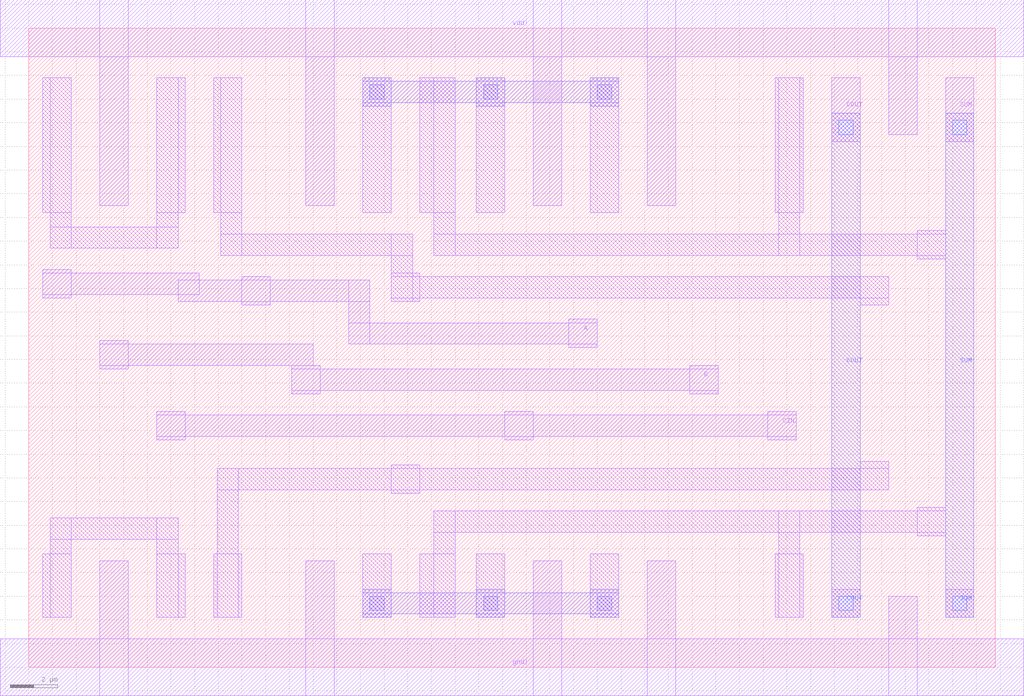
<source format=lef>
VERSION 5.6 ;
BUSBITCHARS "[]" ;
DIVIDERCHAR "/" ;

PROPERTYDEFINITIONS
  MACRO drcSignature INTEGER ;
END PROPERTYDEFINITIONS

MACRO ADDER
  CLASS CORE ;
  ORIGIN 0 0 ;
  FOREIGN ADDER 0 0 ;
  SIZE 40.8 BY 27 ;
  SYMMETRY X Y ;
  SITE core ;
  PIN SUM
    DIRECTION OUTPUT ;
    USE SIGNAL ;
    PORT
      LAYER via ;
        RECT 39 22.5 39.6 23.1 ;
        RECT 39 2.4 39.6 3 ;
      LAYER metal2 ;
        RECT 38.7 2.1 39.9 23.4 ;
      LAYER metal1 ;
        RECT 38.7 2.1 39.9 3.3 ;
        RECT 38.7 22.2 39.9 24.9 ;
    END
  END SUM
  PIN COUT
    DIRECTION OUTPUT ;
    USE SIGNAL ;
    PORT
      LAYER via ;
        RECT 34.2 22.5 34.8 23.1 ;
        RECT 34.2 2.4 34.8 3 ;
      LAYER metal2 ;
        RECT 33.9 2.1 35.1 23.4 ;
      LAYER metal1 ;
        RECT 33.9 2.1 35.1 3.3 ;
        RECT 33.9 22.2 35.1 24.9 ;
    END
  END COUT
  PIN A
    DIRECTION INPUT ;
    USE SIGNAL ;
    PORT
      LAYER metal1 ;
        RECT 0.6 15.6 1.8 16.8 ;
        RECT 0.6 15.75 7.2 16.65 ;
        RECT 9 15.3 10.2 16.5 ;
        RECT 6.3 15.45 14.4 16.35 ;
        RECT 13.5 13.65 14.4 16.35 ;
        RECT 13.5 13.65 24 14.55 ;
        RECT 22.8 13.5 24 14.7 ;
    END
  END A
  PIN vdd!
    DIRECTION INOUT ;
    USE POWER ;
    SHAPE ABUTMENT ;
    PORT
      LAYER metal1 ;
        RECT 3 19.5 4.2 28.2 ;
        RECT 11.7 19.5 12.9 28.2 ;
        RECT 21.3 19.5 22.5 28.2 ;
        RECT 26.1 19.5 27.3 28.2 ;
        RECT 36.3 22.5 37.5 28.2 ;
        RECT -1.2 25.8 42 28.2 ;
    END
  END vdd!
  PIN CIN
    DIRECTION INPUT ;
    USE SIGNAL ;
    PORT
      LAYER metal1 ;
        RECT 5.4 9.6 6.6 10.8 ;
        RECT 20.1 9.6 21.3 10.8 ;
        RECT 5.4 9.75 32.4 10.65 ;
        RECT 31.2 9.6 32.4 10.8 ;
    END
  END CIN
  PIN gnd!
    DIRECTION INOUT ;
    USE GROUND ;
    SHAPE ABUTMENT ;
    PORT
      LAYER metal1 ;
        RECT 3 -1.2 4.2 4.5 ;
        RECT 11.7 -1.2 12.9 4.5 ;
        RECT 21.3 -1.2 22.5 4.5 ;
        RECT 26.1 -1.2 27.3 4.5 ;
        RECT 36.3 -1.2 37.5 3 ;
        RECT -1.2 -1.2 42 1.2 ;
    END
  END gnd!
  PIN B
    DIRECTION INPUT ;
    USE SIGNAL ;
    PORT
      LAYER metal1 ;
        RECT 3 12.6 4.2 13.8 ;
        RECT 3 12.75 12 13.65 ;
        RECT 11.1 11.55 12.3 12.75 ;
        RECT 11.1 11.7 29.1 12.6 ;
        RECT 27.9 11.55 29.1 12.75 ;
    END
  END B
  OBS
    LAYER metal1 ;
      RECT 0.9 17.7 6.3 18.6 ;
      RECT 5.4 17.7 6.3 24.9 ;
      RECT 0.9 17.7 1.8 24.9 ;
      RECT 0.6 19.2 1.8 24.9 ;
      RECT 5.4 19.2 6.6 24.9 ;
      RECT 0.6 2.1 1.8 4.8 ;
      RECT 5.4 2.1 6.6 4.8 ;
      RECT 0.9 2.1 1.8 6.3 ;
      RECT 5.4 2.1 6.3 6.3 ;
      RECT 0.9 5.4 6.3 6.3 ;
      RECT 14.1 19.2 15.3 24.9 ;
      RECT 14.1 2.1 15.3 4.8 ;
      RECT 18.9 19.2 20.1 24.9 ;
      RECT 18.9 2.1 20.1 4.8 ;
      RECT 23.7 19.2 24.9 24.9 ;
      RECT 23.7 2.1 24.9 4.8 ;
      RECT 35.1 15.3 36.3 16.5 ;
      RECT 15.3 15.6 36.3 16.5 ;
      RECT 15.3 15.45 16.5 16.65 ;
      RECT 15.3 15.45 16.2 18.3 ;
      RECT 8.1 17.4 16.2 18.3 ;
      RECT 8.1 17.4 9 24.9 ;
      RECT 7.8 19.2 9 24.9 ;
      RECT 7.8 2.1 9 4.8 ;
      RECT 7.95 2.1 8.85 8.4 ;
      RECT 7.95 7.5 36.3 8.4 ;
      RECT 15.3 7.35 16.5 8.55 ;
      RECT 35.1 7.5 36.3 8.7 ;
      RECT 17.1 17.4 38.7 18.3 ;
      RECT 37.5 17.25 38.7 18.45 ;
      RECT 31.65 17.4 32.55 24.9 ;
      RECT 17.1 17.4 18 24.9 ;
      RECT 16.5 19.2 18 24.9 ;
      RECT 31.5 19.2 32.7 24.9 ;
      RECT 16.5 2.1 18 4.8 ;
      RECT 31.5 2.1 32.7 4.8 ;
      RECT 17.1 2.1 18 6.6 ;
      RECT 31.65 2.1 32.55 6.6 ;
      RECT 17.1 5.7 38.7 6.6 ;
      RECT 37.5 5.55 38.7 6.75 ;
    LAYER metal2 ;
      RECT 14.1 23.85 24.9 24.75 ;
      RECT 14.1 23.7 15.3 24.9 ;
      RECT 18.9 23.7 20.1 24.9 ;
      RECT 23.7 23.7 24.9 24.9 ;
      RECT 14.1 2.25 24.9 3.15 ;
      RECT 14.1 2.1 15.3 3.3 ;
      RECT 18.9 2.1 20.1 3.3 ;
      RECT 23.7 2.1 24.9 3.3 ;
    LAYER via ;
      RECT 14.4 24 15 24.6 ;
      RECT 14.4 2.4 15 3 ;
      RECT 19.2 24 19.8 24.6 ;
      RECT 19.2 2.4 19.8 3 ;
      RECT 24 24 24.6 24.6 ;
      RECT 24 2.4 24.6 3 ;
  END
  PROPERTY drcSignature 14016396 ;
END ADDER

MACRO AOI22
  CLASS CORE ;
  ORIGIN 0 0 ;
  FOREIGN AOI22 0 0 ;
  SIZE 12 BY 27 ;
  SYMMETRY X Y ;
  SITE core ;
  PIN Y
    DIRECTION OUTPUT ;
    USE SIGNAL ;
    PORT
      LAYER via ;
        RECT 5.7 19.5 6.3 20.1 ;
        RECT 5.7 3.9 6.3 4.5 ;
      LAYER metal2 ;
        RECT 5.4 3.6 6.6 20.4 ;
      LAYER metal1 ;
        RECT 5.4 2.1 6.6 4.8 ;
        RECT 5.4 19.2 6.6 24.9 ;
    END
  END Y
  PIN D
    DIRECTION INPUT ;
    USE SIGNAL ;
    PORT
      LAYER metal1 ;
        RECT 7.8 9.9 9 11.1 ;
    END
  END D
  PIN B
    DIRECTION INPUT ;
    USE SIGNAL ;
    PORT
      LAYER metal1 ;
        RECT 1.8 6.9 3 8.1 ;
        RECT 1.8 7.05 11.4 7.95 ;
        RECT 10.2 6.9 11.4 8.1 ;
    END
  END B
  PIN C
    DIRECTION INPUT ;
    USE SIGNAL ;
    PORT
      LAYER metal1 ;
        RECT 3 12.9 4.2 14.1 ;
    END
  END C
  PIN A
    DIRECTION INPUT ;
    USE SIGNAL ;
    PORT
      LAYER metal1 ;
        RECT 0.6 15.9 1.8 17.1 ;
    END
  END A
  PIN vdd!
    DIRECTION INOUT ;
    USE POWER ;
    SHAPE ABUTMENT ;
    PORT
      LAYER metal1 ;
        RECT 0.6 19.5 1.8 28.2 ;
        RECT 10.2 19.5 11.4 28.2 ;
        RECT -1.2 25.8 13.2 28.2 ;
    END
  END vdd!
  PIN gnd!
    DIRECTION INOUT ;
    USE GROUND ;
    SHAPE ABUTMENT ;
    PORT
      LAYER metal1 ;
        RECT 0.6 -1.2 1.8 4.5 ;
        RECT 10.2 -1.2 11.4 4.5 ;
        RECT -1.2 -1.2 13.2 1.2 ;
    END
  END gnd!
  OBS
    LAYER metal1 ;
      RECT 3 2.1 4.2 4.8 ;
      RECT 3.3 17.4 8.7 18.3 ;
      RECT 7.8 17.4 8.7 24.9 ;
      RECT 3.3 17.4 4.2 24.9 ;
      RECT 3 19.2 4.2 24.9 ;
      RECT 7.8 19.2 9 24.9 ;
      RECT 7.8 2.1 9 4.8 ;
  END
  PROPERTY drcSignature 14016396 ;
END AOI22

MACRO BUFX4
  CLASS CORE ;
  ORIGIN 0 0 ;
  FOREIGN BUFX4 0 0 ;
  SIZE 7.2 BY 27 ;
  SYMMETRY X Y ;
  SITE core ;
  PIN vdd!
    DIRECTION INOUT ;
    USE POWER ;
    SHAPE ABUTMENT ;
    PORT
      LAYER metal1 ;
        RECT 3 15 4.2 28.2 ;
        RECT -1.2 25.8 8.4 28.2 ;
    END
  END vdd!
  PIN gnd!
    DIRECTION INOUT ;
    USE GROUND ;
    SHAPE ABUTMENT ;
    PORT
      LAYER metal1 ;
        RECT 3 -1.2 4.2 6 ;
        RECT -1.2 -1.2 8.4 1.2 ;
    END
  END gnd!
  PIN A
    DIRECTION INPUT ;
    USE SIGNAL ;
    PORT
      LAYER metal1 ;
        RECT 0.6 9.9 1.8 11.1 ;
    END
  END A
  PIN Y
    DIRECTION OUTPUT ;
    USE SIGNAL ;
    PORT
      LAYER metal1 ;
        RECT 5.4 2.1 6.6 24.9 ;
    END
  END Y
  OBS
    LAYER metal1 ;
      RECT 0.6 2.1 2.1 3.3 ;
      RECT 1.2 2.1 2.1 7.8 ;
      RECT 1.2 6.9 4.35 7.8 ;
      RECT 3.3 9.9 4.5 11.1 ;
      RECT 3.45 6.9 4.35 14.1 ;
      RECT 1.2 13.2 4.35 14.1 ;
      RECT 1.2 13.2 2.1 24.9 ;
      RECT 0.6 22.2 2.1 24.9 ;
  END
  PROPERTY drcSignature 14016396 ;
END BUFX4

MACRO BUFX8
  CLASS CORE ;
  ORIGIN 0 0 ;
  FOREIGN BUFX8 0 0 ;
  SIZE 9.6 BY 27 ;
  SYMMETRY X Y ;
  SITE core ;
  PIN vdd!
    DIRECTION INOUT ;
    USE POWER ;
    SHAPE ABUTMENT ;
    PORT
      LAYER metal1 ;
        RECT 3 15 4.2 28.2 ;
        RECT 7.8 13.5 9 28.2 ;
        RECT -1.2 25.8 10.8 28.2 ;
    END
  END vdd!
  PIN gnd!
    DIRECTION INOUT ;
    USE GROUND ;
    SHAPE ABUTMENT ;
    PORT
      LAYER metal1 ;
        RECT 3 -1.2 4.2 6 ;
        RECT 7.8 -1.2 9 7.5 ;
        RECT -1.2 -1.2 10.8 1.2 ;
    END
  END gnd!
  PIN A
    DIRECTION INPUT ;
    USE SIGNAL ;
    PORT
      LAYER metal1 ;
        RECT 0.6 9.9 1.8 11.1 ;
    END
  END A
  PIN Y
    DIRECTION OUTPUT ;
    USE SIGNAL ;
    PORT
      LAYER metal1 ;
        RECT 5.4 2.1 6.6 24.9 ;
    END
  END Y
  OBS
    LAYER metal1 ;
      RECT 0.6 2.1 2.1 3.3 ;
      RECT 1.2 2.1 2.1 7.8 ;
      RECT 1.2 6.9 4.35 7.8 ;
      RECT 3.3 9.9 4.5 11.1 ;
      RECT 3.45 6.9 4.35 14.1 ;
      RECT 1.2 13.2 4.35 14.1 ;
      RECT 1.2 13.2 2.1 24.9 ;
      RECT 0.6 22.2 2.1 24.9 ;
  END
  PROPERTY drcSignature 14016396 ;
END BUFX8

MACRO DFF
  CLASS CORE ;
  ORIGIN 0 0 ;
  FOREIGN DFF 0 0 ;
  SIZE 38.4 BY 27 ;
  SYMMETRY X Y ;
  SITE core ;
  PIN D
    DIRECTION INPUT ;
    USE SIGNAL ;
    PORT
      LAYER via ;
        RECT 5.7 24 6.3 24.6 ;
        RECT 5.7 22.5 6.3 23.1 ;
        RECT 5.7 21 6.3 21.6 ;
        RECT 5.7 19.5 6.3 20.1 ;
        RECT 5.7 3.9 6.3 4.5 ;
        RECT 5.7 2.4 6.3 3 ;
      LAYER metal2 ;
        RECT 5.4 2.1 6.6 24.9 ;
      LAYER metal1 ;
        RECT 5.4 2.1 6.6 4.8 ;
        RECT 5.4 19.2 6.6 24.9 ;
    END
  END D
  PIN gnd!
    DIRECTION INOUT ;
    USE GROUND ;
    SHAPE ABUTMENT ;
    PORT
      LAYER metal1 ;
        RECT 0.6 -1.2 1.8 3 ;
        RECT 11.7 -1.2 12.9 4.5 ;
        RECT 21.9 -1.2 23.1 4.5 ;
        RECT 26.7 -1.2 27.9 4.5 ;
        RECT 33.9 -1.2 35.1 3 ;
        RECT -1.2 -1.2 39.6 1.2 ;
    END
  END gnd!
  PIN QB
    DIRECTION OUTPUT ;
    USE SIGNAL ;
    PORT
      LAYER via ;
        RECT 36.6 24 37.2 24.6 ;
        RECT 36.6 22.5 37.2 23.1 ;
        RECT 36.6 2.4 37.2 3 ;
      LAYER metal2 ;
        RECT 36.3 2.1 37.5 24.9 ;
      LAYER metal1 ;
        RECT 36.3 2.1 37.5 3.3 ;
        RECT 36.3 22.2 37.5 24.9 ;
    END
  END QB
  PIN Q
    DIRECTION OUTPUT ;
    USE SIGNAL ;
    PORT
      LAYER via ;
        RECT 24.6 14.1 25.2 14.7 ;
        RECT 24.6 3.9 25.2 4.5 ;
        RECT 24.6 2.4 25.2 3 ;
      LAYER metal2 ;
        RECT 24.3 2.1 25.5 15 ;
      LAYER metal1 ;
        RECT 35.1 13.8 36.3 15 ;
        RECT 24.3 13.8 36.3 14.7 ;
        RECT 29.1 19.2 30.3 24.9 ;
        RECT 29.1 17.7 30 24.9 ;
        RECT 28.5 13.8 29.4 18.6 ;
        RECT 24.3 13.8 25.5 15 ;
        RECT 20.4 7.8 25.8 8.7 ;
        RECT 24.9 2.1 25.8 8.7 ;
        RECT 24.3 2.1 25.8 4.8 ;
        RECT 20.4 7.5 21.6 8.7 ;
    END
  END Q
  PIN CLRB
    DIRECTION INPUT ;
    USE SIGNAL ;
    PORT
      LAYER metal1 ;
        RECT 14.7 9.6 33.9 10.8 ;
    END
  END CLRB
  PIN CLK
    DIRECTION INPUT ;
    USE CLOCK ;
    PORT
      LAYER metal1 ;
        RECT 0.6 11.7 1.8 14.1 ;
        RECT 0.6 11.7 23.1 12.9 ;
    END
  END CLK
  PIN vdd!
    DIRECTION INOUT ;
    USE POWER ;
    SHAPE ABUTMENT ;
    PORT
      LAYER metal1 ;
        RECT 0.6 22.5 1.8 28.2 ;
        RECT 11.7 19.5 12.9 28.2 ;
        RECT 16.5 22.5 17.7 28.2 ;
        RECT 25.2 19.5 26.4 28.2 ;
        RECT 33.9 22.5 35.1 28.2 ;
        RECT -1.2 25.8 39.6 28.2 ;
    END
  END vdd!
  OBS
    LAYER metal1 ;
      RECT 3 2.1 4.2 3.3 ;
      RECT 3.3 2.1 4.2 8.7 ;
      RECT 3.3 7.5 4.5 8.7 ;
      RECT 12.6 17.4 13.8 18.6 ;
      RECT 8.1 17.7 13.8 18.6 ;
      RECT 8.1 17.7 9 24.9 ;
      RECT 7.8 19.2 9 24.9 ;
      RECT 7.8 2.1 9 4.8 ;
      RECT 8.1 2.1 9 6.45 ;
      RECT 8.1 5.55 13.8 6.45 ;
      RECT 12.6 5.55 13.8 6.75 ;
      RECT 15.6 2.1 16.8 3.3 ;
      RECT 10.2 7.5 11.4 8.7 ;
      RECT 15.75 2.1 16.65 8.7 ;
      RECT 10.2 7.8 16.65 8.7 ;
      RECT 10.2 15.6 18.9 16.5 ;
      RECT 10.2 15.6 11.4 16.8 ;
      RECT 18 15.6 18.9 20.25 ;
      RECT 14.4 19.35 20.1 20.25 ;
      RECT 14.4 19.35 15.3 24.9 ;
      RECT 14.1 22.2 15.3 24.9 ;
      RECT 18.9 19.2 20.1 24.9 ;
      RECT 3.3 13.8 21 14.7 ;
      RECT 3.3 13.8 4.5 15 ;
      RECT 8.1 13.8 9.3 15 ;
      RECT 19.8 13.8 21 15 ;
      RECT 3.3 13.8 4.2 24.9 ;
      RECT 3 22.2 4.2 24.9 ;
      RECT 18 2.1 19.2 4.8 ;
      RECT 18.15 2.1 19.05 6.6 ;
      RECT 18.15 5.7 24 6.6 ;
      RECT 22.8 5.7 24 6.9 ;
      RECT 26.4 15.6 27.6 16.8 ;
      RECT 21.45 15.9 27.6 16.8 ;
      RECT 21.45 15.9 22.35 24.9 ;
      RECT 21.3 19.2 22.5 24.9 ;
      RECT 29.1 2.1 30.3 3.3 ;
      RECT 29.1 2.4 31.35 3.3 ;
      RECT 30.45 2.4 31.35 8.7 ;
      RECT 30.3 7.5 31.5 8.7 ;
      RECT 30.3 15.6 31.5 16.8 ;
      RECT 30.3 15.9 32.55 16.8 ;
      RECT 31.65 15.9 32.55 24.9 ;
      RECT 31.5 22.2 32.7 24.9 ;
  END
  PROPERTY drcSignature 14016396 ;
END DFF

MACRO FILLER
  CLASS CORE ;
  ORIGIN 0 0 ;
  FOREIGN FILLER 0 0 ;
  SIZE 2.4 BY 27 ;
  SYMMETRY X Y ;
  SITE core ;
  PIN gnd!
    DIRECTION INOUT ;
    USE GROUND ;
    SHAPE ABUTMENT ;
    PORT
      LAYER metal1 ;
        RECT 1.05 -1.2 1.95 1.8 ;
        RECT -1.2 -1.2 3.6 1.2 ;
    END
  END gnd!
  PIN vdd!
    DIRECTION INOUT ;
    USE POWER ;
    SHAPE ABUTMENT ;
    PORT
      LAYER metal1 ;
        RECT 1.05 25.2 1.95 28.2 ;
        RECT -1.2 25.8 3.6 28.2 ;
    END
  END vdd!
  PROPERTY drcSignature 14016396 ;
END FILLER

MACRO INVX1
  CLASS CORE ;
  ORIGIN 0 0 ;
  FOREIGN INVX1 0 0 ;
  SIZE 4.8 BY 27 ;
  SYMMETRY X Y ;
  SITE core ;
  PIN vdd!
    DIRECTION INOUT ;
    USE POWER ;
    SHAPE ABUTMENT ;
    PORT
      LAYER metal1 ;
        RECT 0.6 22.5 1.8 28.2 ;
        RECT -1.2 25.8 6 28.2 ;
    END
  END vdd!
  PIN gnd!
    DIRECTION INOUT ;
    USE GROUND ;
    SHAPE ABUTMENT ;
    PORT
      LAYER metal1 ;
        RECT 0.6 -1.2 1.8 3 ;
        RECT -1.2 -1.2 6 1.2 ;
    END
  END gnd!
  PIN A
    DIRECTION INPUT ;
    USE SIGNAL ;
    PORT
      LAYER metal1 ;
        RECT 0.9 9.9 2.1 11.1 ;
    END
  END A
  PIN Y
    DIRECTION OUTPUT ;
    USE SIGNAL ;
    PORT
      LAYER metal1 ;
        RECT 3 2.1 4.2 24.9 ;
    END
  END Y
  PROPERTY drcSignature 14016396 ;
END INVX1

MACRO INVX4
  CLASS CORE ;
  ORIGIN 0 0 ;
  FOREIGN INVX4 0 0 ;
  SIZE 4.8 BY 27 ;
  SYMMETRY X Y ;
  SITE core ;
  PIN vdd!
    DIRECTION INOUT ;
    USE POWER ;
    SHAPE ABUTMENT ;
    PORT
      LAYER metal1 ;
        RECT 0.6 13.5 1.8 28.2 ;
        RECT -1.2 25.8 6 28.2 ;
    END
  END vdd!
  PIN gnd!
    DIRECTION INOUT ;
    USE GROUND ;
    SHAPE ABUTMENT ;
    PORT
      LAYER metal1 ;
        RECT 0.6 -1.2 1.8 7.5 ;
        RECT -1.2 -1.2 6 1.2 ;
    END
  END gnd!
  PIN A
    DIRECTION INPUT ;
    USE SIGNAL ;
    PORT
      LAYER metal1 ;
        RECT 0.9 9.9 2.1 11.1 ;
    END
  END A
  PIN Y
    DIRECTION OUTPUT ;
    USE SIGNAL ;
    PORT
      LAYER metal1 ;
        RECT 3 2.1 4.2 24.9 ;
    END
  END Y
  PROPERTY drcSignature 14016396 ;
END INVX4

MACRO INVX8
  CLASS CORE ;
  ORIGIN 0 0 ;
  FOREIGN INVX8 0 0 ;
  SIZE 7.2 BY 27 ;
  SYMMETRY X Y ;
  SITE core ;
  PIN vdd!
    DIRECTION INOUT ;
    USE POWER ;
    SHAPE ABUTMENT ;
    PORT
      LAYER metal1 ;
        RECT 0.6 13.5 1.8 28.2 ;
        RECT 5.4 13.5 6.6 28.2 ;
        RECT -1.2 25.8 8.4 28.2 ;
    END
  END vdd!
  PIN gnd!
    DIRECTION INOUT ;
    USE GROUND ;
    SHAPE ABUTMENT ;
    PORT
      LAYER metal1 ;
        RECT 0.6 -1.2 1.8 7.5 ;
        RECT 5.4 -1.2 6.6 7.5 ;
        RECT -1.2 -1.2 8.4 1.2 ;
    END
  END gnd!
  PIN A
    DIRECTION INPUT ;
    USE SIGNAL ;
    PORT
      LAYER metal1 ;
        RECT 0.9 9.9 2.1 11.1 ;
    END
  END A
  PIN Y
    DIRECTION OUTPUT ;
    USE SIGNAL ;
    PORT
      LAYER metal1 ;
        RECT 3 2.1 4.2 24.9 ;
    END
  END Y
  PROPERTY drcSignature 14016396 ;
END INVX8

MACRO MUX2X1
  CLASS CORE ;
  ORIGIN 0 0 ;
  FOREIGN MUX2X1 0 0 ;
  SIZE 12 BY 27 ;
  SYMMETRY X Y ;
  SITE core ;
  PIN gnd!
    DIRECTION INOUT ;
    USE GROUND ;
    SHAPE ABUTMENT ;
    PORT
      LAYER metal1 ;
        RECT 4.2 -1.2 5.7 1.8 ;
        RECT 4.5 -1.2 5.7 4.5 ;
        RECT -1.2 -1.2 13.2 1.2 ;
    END
  END gnd!
  PIN vdd!
    DIRECTION INOUT ;
    USE POWER ;
    SHAPE ABUTMENT ;
    PORT
      LAYER metal1 ;
        RECT 4.5 19.5 5.7 28.2 ;
        RECT 4.2 25.2 5.7 28.2 ;
        RECT -1.2 25.8 13.2 28.2 ;
    END
  END vdd!
  PIN D0
    DIRECTION INPUT ;
    USE SIGNAL ;
    PORT
      LAYER metal1 ;
        RECT 0.45 12.9 1.65 14.1 ;
    END
  END D0
  PIN D1
    DIRECTION INPUT ;
    USE SIGNAL ;
    PORT
      LAYER metal1 ;
        RECT 7.95 7.2 9.15 8.4 ;
    END
  END D1
  PIN S
    DIRECTION INPUT ;
    USE SIGNAL ;
    PORT
      LAYER metal1 ;
        RECT 3.3 15.6 4.5 16.8 ;
        RECT 5.85 9.9 6.75 16.5 ;
        RECT 3.3 15.6 6.75 16.5 ;
        RECT 5.7 9.9 6.9 11.1 ;
    END
  END S
  PIN SB
    DIRECTION INPUT ;
    USE SIGNAL ;
    PORT
      LAYER metal1 ;
        RECT 3.3 9.9 4.5 11.1 ;
    END
  END SB
  PIN Y
    DIRECTION OUTPUT ;
    USE SIGNAL ;
    PORT
      LAYER metal1 ;
        RECT 0.6 2.1 1.8 4.8 ;
        RECT 0.9 2.1 1.8 6.3 ;
        RECT 0.9 17.7 1.8 24.9 ;
        RECT 0.6 19.2 1.8 24.9 ;
        RECT 0.9 17.7 9.3 18.6 ;
        RECT 8.4 2.1 9.3 6.3 ;
        RECT 0.9 5.4 9.3 6.3 ;
        RECT 8.4 17.7 9.3 24.9 ;
        RECT 8.4 2.1 9.6 4.8 ;
        RECT 8.4 19.2 9.6 24.9 ;
        RECT 8.4 3.6 11.4 4.8 ;
        RECT 10.2 3.6 11.4 20.4 ;
        RECT 8.4 19.2 11.4 20.4 ;
    END
  END Y
  PROPERTY drcSignature 14016396 ;
END MUX2X1

MACRO NAND2X1
  CLASS CORE ;
  ORIGIN 0 0 ;
  FOREIGN NAND2X1 0 0 ;
  SIZE 7.2 BY 27 ;
  SYMMETRY X Y ;
  SITE core ;
  PIN Y
    DIRECTION OUTPUT ;
    USE SIGNAL ;
    PORT
      LAYER metal1 ;
        RECT 3 20.4 4.2 24.9 ;
        RECT 4.8 2.1 6.6 4.8 ;
        RECT 5.4 2.1 6.6 21.6 ;
        RECT 3 20.4 6.6 21.6 ;
    END
  END Y
  PIN B
    DIRECTION INPUT ;
    USE SIGNAL ;
    PORT
      LAYER metal1 ;
        RECT 3 9.9 4.2 11.1 ;
    END
  END B
  PIN gnd!
    DIRECTION INOUT ;
    USE GROUND ;
    SHAPE ABUTMENT ;
    PORT
      LAYER metal1 ;
        RECT 0.9 -1.2 2.1 4.5 ;
        RECT -1.2 -1.2 8.4 1.2 ;
    END
  END gnd!
  PIN A
    DIRECTION INPUT ;
    USE SIGNAL ;
    PORT
      LAYER metal1 ;
        RECT 0.6 12.9 1.8 14.1 ;
    END
  END A
  PIN vdd!
    DIRECTION INOUT ;
    USE POWER ;
    SHAPE ABUTMENT ;
    PORT
      LAYER metal1 ;
        RECT 0.6 22.5 1.8 28.2 ;
        RECT 5.4 22.5 6.6 28.2 ;
        RECT -1.2 25.8 8.4 28.2 ;
    END
  END vdd!
  PROPERTY drcSignature 14016396 ;
END NAND2X1

MACRO NAND2X2
  CLASS CORE ;
  ORIGIN 0 0 ;
  FOREIGN NAND2X2 0 0 ;
  SIZE 7.2 BY 27 ;
  SYMMETRY X Y ;
  SITE core ;
  PIN Y
    DIRECTION OUTPUT ;
    USE SIGNAL ;
    PORT
      LAYER metal1 ;
        RECT 3 17.4 4.2 24.9 ;
        RECT 4.8 2.1 6.6 7.8 ;
        RECT 5.4 2.1 6.6 18.6 ;
        RECT 3 17.4 6.6 18.6 ;
    END
  END Y
  PIN B
    DIRECTION INPUT ;
    USE SIGNAL ;
    PORT
      LAYER metal1 ;
        RECT 3 9.9 4.2 11.1 ;
    END
  END B
  PIN gnd!
    DIRECTION INOUT ;
    USE GROUND ;
    SHAPE ABUTMENT ;
    PORT
      LAYER metal1 ;
        RECT 0.9 -1.2 2.1 7.5 ;
        RECT -1.2 -1.2 8.4 1.2 ;
    END
  END gnd!
  PIN A
    DIRECTION INPUT ;
    USE SIGNAL ;
    PORT
      LAYER metal1 ;
        RECT 0.6 12.9 1.8 14.1 ;
    END
  END A
  PIN vdd!
    DIRECTION INOUT ;
    USE POWER ;
    SHAPE ABUTMENT ;
    PORT
      LAYER metal1 ;
        RECT 0.6 19.5 1.8 28.2 ;
        RECT 5.4 19.5 6.6 28.2 ;
        RECT -1.2 25.8 8.4 28.2 ;
    END
  END vdd!
  PROPERTY drcSignature 14016396 ;
END NAND2X2

MACRO NOR2X1
  CLASS CORE ;
  ORIGIN 0 0 ;
  FOREIGN NOR2X1 0 0 ;
  SIZE 7.2 BY 27 ;
  SYMMETRY X Y ;
  SITE core ;
  PIN Y
    DIRECTION OUTPUT ;
    USE SIGNAL ;
    PORT
      LAYER metal1 ;
        RECT 3 2.1 4.2 5.1 ;
        RECT 3 3.9 6.6 5.1 ;
        RECT 5.4 3.9 6.6 24.9 ;
        RECT 4.8 19.2 6.6 24.9 ;
    END
  END Y
  PIN B
    DIRECTION INPUT ;
    USE SIGNAL ;
    PORT
      LAYER metal1 ;
        RECT 3 9.9 4.2 11.1 ;
    END
  END B
  PIN A
    DIRECTION INPUT ;
    USE SIGNAL ;
    PORT
      LAYER metal1 ;
        RECT 0.6 12.9 1.8 14.1 ;
    END
  END A
  PIN vdd!
    DIRECTION INOUT ;
    USE POWER ;
    SHAPE ABUTMENT ;
    PORT
      LAYER metal1 ;
        RECT 0.9 19.5 2.1 28.2 ;
        RECT -1.2 25.8 8.4 28.2 ;
    END
  END vdd!
  PIN gnd!
    DIRECTION INOUT ;
    USE GROUND ;
    SHAPE ABUTMENT ;
    PORT
      LAYER metal1 ;
        RECT 0.6 -1.2 1.8 3 ;
        RECT 5.4 -1.2 6.6 3 ;
        RECT -1.2 -1.2 8.4 1.2 ;
    END
  END gnd!
  PROPERTY drcSignature 14016396 ;
END NOR2X1

MACRO OAI22
  CLASS CORE ;
  ORIGIN 0 0 ;
  FOREIGN OAI22 0 0 ;
  SIZE 12 BY 27 ;
  SYMMETRY X Y ;
  SITE core ;
  PIN Y
    DIRECTION OUTPUT ;
    USE SIGNAL ;
    PORT
      LAYER via ;
        RECT 5.7 19.5 6.3 20.1 ;
        RECT 5.7 3.9 6.3 4.5 ;
      LAYER metal2 ;
        RECT 5.4 3.6 6.6 20.4 ;
      LAYER metal1 ;
        RECT 5.4 2.1 6.6 4.8 ;
        RECT 5.4 19.2 6.6 24.9 ;
    END
  END Y
  PIN C
    DIRECTION INPUT ;
    USE SIGNAL ;
    PORT
      LAYER metal1 ;
        RECT 3 9.9 4.2 11.1 ;
        RECT 9 8.1 9.9 10.8 ;
        RECT 3 9.9 9.9 10.8 ;
        RECT 9 8.1 10.2 9.3 ;
    END
  END C
  PIN B
    DIRECTION INPUT ;
    USE SIGNAL ;
    PORT
      LAYER metal1 ;
        RECT 10.2 15.9 11.4 17.1 ;
    END
  END B
  PIN D
    DIRECTION INPUT ;
    USE SIGNAL ;
    PORT
      LAYER metal1 ;
        RECT 0.6 6.9 1.8 8.1 ;
    END
  END D
  PIN A
    DIRECTION INPUT ;
    USE SIGNAL ;
    PORT
      LAYER metal1 ;
        RECT 7.8 12.9 9 14.1 ;
    END
  END A
  PIN vdd!
    DIRECTION INOUT ;
    USE POWER ;
    SHAPE ABUTMENT ;
    PORT
      LAYER metal1 ;
        RECT 0.6 19.5 1.8 28.2 ;
        RECT 10.2 19.5 11.4 28.2 ;
        RECT -1.2 25.8 13.2 28.2 ;
    END
  END vdd!
  PIN gnd!
    DIRECTION INOUT ;
    USE GROUND ;
    SHAPE ABUTMENT ;
    PORT
      LAYER metal1 ;
        RECT 0.6 -1.2 1.8 4.5 ;
        RECT 10.2 -1.2 11.4 4.5 ;
        RECT -1.2 -1.2 13.2 1.2 ;
    END
  END gnd!
  OBS
    LAYER metal1 ;
      RECT 3 19.2 4.2 24.9 ;
      RECT 7.8 19.2 9 24.9 ;
      RECT 3 2.1 4.2 4.8 ;
      RECT 7.8 2.1 9 4.8 ;
      RECT 3.3 2.1 4.2 6.6 ;
      RECT 7.8 2.1 8.7 6.6 ;
      RECT 3.3 5.7 8.7 6.6 ;
  END
  PROPERTY drcSignature 14016396 ;
END OAI22

MACRO TIEHI
  CLASS CORE ;
  ORIGIN 0 0 ;
  FOREIGN TIEHI 0 0 ;
  SIZE 4.8 BY 27 ;
  SYMMETRY X Y ;
  SITE core ;
  PIN Y
    DIRECTION OUTPUT ;
    USE SIGNAL ;
    PORT
      LAYER metal1 ;
        RECT 3 19.2 4.2 24.9 ;
    END
  END Y
  PIN vdd!
    DIRECTION INOUT ;
    USE POWER ;
    SHAPE ABUTMENT ;
    PORT
      LAYER metal1 ;
        RECT 0.6 19.5 1.8 28.2 ;
        RECT -1.2 25.8 6 28.2 ;
    END
  END vdd!
  PIN gnd!
    DIRECTION INOUT ;
    USE GROUND ;
    SHAPE ABUTMENT ;
    PORT
      LAYER metal1 ;
        RECT 0.6 -1.2 1.8 4.5 ;
        RECT -1.2 -1.2 6 1.2 ;
    END
  END gnd!
  OBS
    LAYER metal1 ;
      RECT 3 2.1 4.2 6.9 ;
      RECT 1.8 5.7 4.2 6.9 ;
  END
  PROPERTY drcSignature 14016396 ;
END TIEHI

MACRO TIELO
  CLASS CORE ;
  ORIGIN 0 0 ;
  FOREIGN TIELO 0 0 ;
  SIZE 4.8 BY 27 ;
  SYMMETRY X Y ;
  SITE core ;
  PIN Y
    DIRECTION OUTPUT ;
    USE SIGNAL ;
    PORT
      LAYER metal1 ;
        RECT 3 2.1 4.2 4.8 ;
    END
  END Y
  PIN vdd!
    DIRECTION INOUT ;
    USE POWER ;
    SHAPE ABUTMENT ;
    PORT
      LAYER metal1 ;
        RECT 0.6 19.5 1.8 28.2 ;
        RECT -1.2 25.8 6 28.2 ;
    END
  END vdd!
  PIN gnd!
    DIRECTION INOUT ;
    USE GROUND ;
    SHAPE ABUTMENT ;
    PORT
      LAYER metal1 ;
        RECT 0.6 -1.2 1.8 4.5 ;
        RECT -1.2 -1.2 6 1.2 ;
    END
  END gnd!
  OBS
    LAYER metal1 ;
      RECT 1.8 17.1 4.2 18.3 ;
      RECT 3 17.1 4.2 24.9 ;
  END
  PROPERTY drcSignature 14016396 ;
END TIELO

MACRO XOR
  CLASS CORE ;
  ORIGIN 0 0 ;
  FOREIGN XOR 0 0 ;
  SIZE 19.2 BY 27 ;
  SYMMETRY X Y ;
  SITE core ;
  PIN Y
    DIRECTION OUTPUT ;
    USE SIGNAL ;
    PORT
      LAYER metal1 ;
        RECT 11.7 2.1 14.1 4.8 ;
        RECT 11.7 17.4 12.9 24.9 ;
        RECT 12.9 2.1 14.1 6.6 ;
        RECT 12.9 5.4 16.8 6.6 ;
        RECT 15.6 5.4 16.8 18.6 ;
        RECT 11.7 17.4 16.8 18.6 ;
    END
  END Y
  PIN B
    DIRECTION INPUT ;
    USE SIGNAL ;
    PORT
      LAYER metal1 ;
        RECT 3 9.9 4.2 11.1 ;
        RECT 3 10.05 14.1 10.95 ;
        RECT 12.9 10.05 14.1 12.15 ;
    END
  END B
  PIN A
    DIRECTION INPUT ;
    USE SIGNAL ;
    PORT
      LAYER metal1 ;
        RECT 0.6 12.9 1.8 14.1 ;
        RECT 0.6 13.05 10.8 13.95 ;
        RECT 9.6 12.9 10.8 14.1 ;
    END
  END A
  PIN vdd!
    DIRECTION INOUT ;
    USE POWER ;
    SHAPE ABUTMENT ;
    PORT
      LAYER metal1 ;
        RECT 0.6 22.5 1.8 28.2 ;
        RECT 7.8 19.5 9 28.2 ;
        RECT 15.6 19.5 16.8 28.2 ;
        RECT -1.2 25.8 20.4 28.2 ;
    END
  END vdd!
  PIN gnd!
    DIRECTION INOUT ;
    USE GROUND ;
    SHAPE ABUTMENT ;
    PORT
      LAYER metal1 ;
        RECT 0.6 -1.2 1.8 3 ;
        RECT 7.8 -1.2 9 4.5 ;
        RECT 15.6 -1.2 16.8 4.5 ;
        RECT -1.2 -1.2 20.4 1.2 ;
    END
  END gnd!
  OBS
    LAYER metal1 ;
      RECT 4.8 15.3 6 16.5 ;
      RECT 3.15 15.6 6 16.5 ;
      RECT 3.15 15.6 4.05 24.9 ;
      RECT 3 22.2 4.2 24.9 ;
      RECT 3 2.1 4.2 3.3 ;
      RECT 3.15 2.1 4.05 8.7 ;
      RECT 3.15 7.8 6 8.7 ;
      RECT 4.8 7.8 6 9 ;
      RECT 5.4 2.1 6.6 3.3 ;
      RECT 5.7 2.1 6.6 6.9 ;
      RECT 5.7 6 12 6.9 ;
      RECT 10.8 6 12 7.5 ;
      RECT 12.6 15.3 13.8 16.5 ;
      RECT 7.95 15.6 13.8 16.5 ;
      RECT 7.95 15.6 8.85 18.3 ;
      RECT 5.55 17.4 8.85 18.3 ;
      RECT 5.55 17.4 6.45 24.9 ;
      RECT 5.4 22.2 6.6 24.9 ;
  END
  PROPERTY drcSignature 14016396 ;
END XOR

END LIBRARY

</source>
